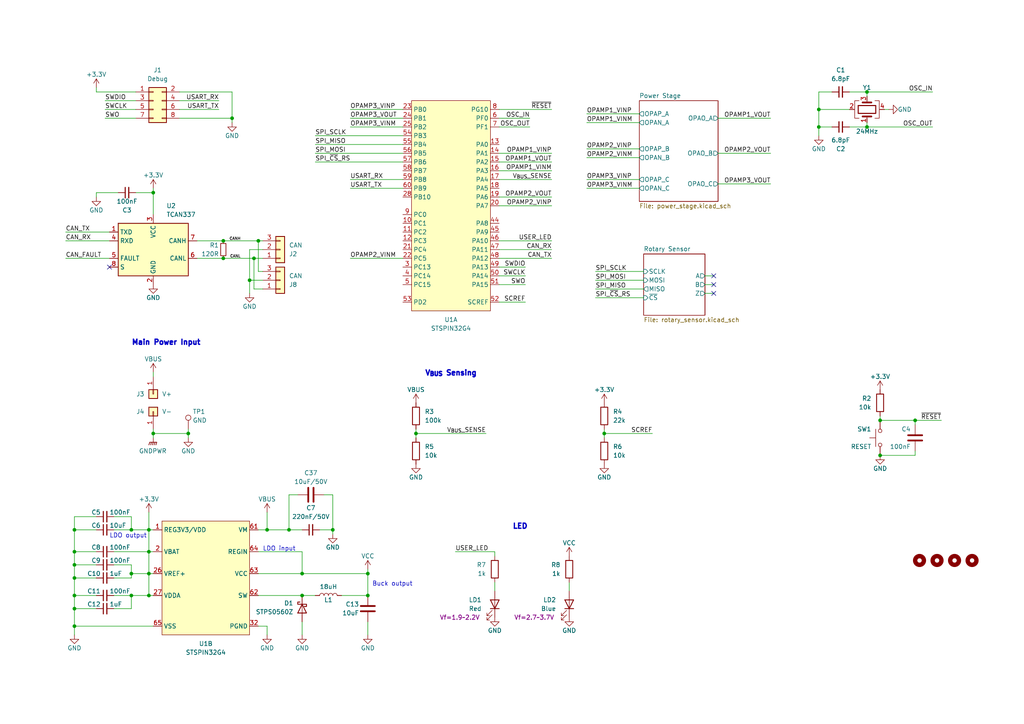
<source format=kicad_sch>
(kicad_sch (version 20230121) (generator eeschema)
  (paper "A4")
  (lib_symbols
    (symbol "Connector:TestPoint" (pin_numbers hide) (pin_names (offset 0.762) hide)
      (property "Reference" "TP" (at 0 6.858 0))
      (property "Value" "TestPoint" (at 0 5.08 0))
      (symbol "TestPoint_1_1"
        (pin passive line (at 0 0 90) (length 2.54) (name "1") (number "1"))
      )
    )
    (symbol "Connector_Generic:Conn_01x01" (pin_names (offset 1.016) hide)
      (property "Reference" "J" (at 0 2.54 0))
      (property "Value" "Conn_01x01" (at 0 -2.54 0))
      (symbol "Conn_01x01_1_1"
        (pin passive line (at -5.08 0 0) (length 3.81) (name "Pin_1") (number "1"))
      )
    )
    (symbol "Connector_Generic:Conn_01x03" (pin_names (offset 1.016) hide)
      (property "Reference" "J" (at 0 5.08 0))
      (property "Value" "Conn_01x03" (at 0 -5.08 0))
      (symbol "Conn_01x03_1_1"
        (pin passive line (at -5.08 2.54 0) (length 3.81) (name "Pin_1") (number "1"))
        (pin passive line (at -5.08 0 0) (length 3.81) (name "Pin_2") (number "2"))
        (pin passive line (at -5.08 -2.54 0) (length 3.81) (name "Pin_3") (number "3"))
      )
    )
    (symbol "Connector_Generic:Conn_02x04_Odd_Even" (pin_names (offset 1.016) hide)
      (property "Reference" "J" (at 1.27 5.08 0))
      (property "Value" "Conn_02x04_Odd_Even" (at 1.27 -7.62 0))
      (symbol "Conn_02x04_Odd_Even_1_1"
        (pin passive line (at -5.08 2.54 0) (length 3.81) (name "Pin_1") (number "1"))
        (pin passive line (at 7.62 2.54 180) (length 3.81) (name "Pin_2") (number "2"))
        (pin passive line (at -5.08 0 0) (length 3.81) (name "Pin_3") (number "3"))
        (pin passive line (at 7.62 0 180) (length 3.81) (name "Pin_4") (number "4"))
        (pin passive line (at -5.08 -2.54 0) (length 3.81) (name "Pin_5") (number "5"))
        (pin passive line (at 7.62 -2.54 180) (length 3.81) (name "Pin_6") (number "6"))
        (pin passive line (at -5.08 -5.08 0) (length 3.81) (name "Pin_7") (number "7"))
        (pin passive line (at 7.62 -5.08 180) (length 3.81) (name "Pin_8") (number "8"))
      )
    )
    (symbol "Device:C" (pin_numbers hide) (pin_names (offset 0.254))
      (property "Reference" "C" (at 0.635 2.54 0))
      (property "Value" "C" (at 0.635 -2.54 0))
      (symbol "C_1_1"
        (pin passive line (at 0 3.81 270) (length 2.794) (name "~") (number "1"))
        (pin passive line (at 0 -3.81 90) (length 2.794) (name "~") (number "2"))
      )
    )
    (symbol "Device:C_Small" (pin_numbers hide) (pin_names (offset 0.254) hide)
      (property "Reference" "C" (at 0.254 1.778 0))
      (property "Value" "C_Small" (at 0.254 -2.032 0))
      (symbol "C_Small_1_1"
        (pin passive line (at 0 2.54 270) (length 2.032) (name "~") (number "1"))
        (pin passive line (at 0 -2.54 90) (length 2.032) (name "~") (number "2"))
      )
    )
    (symbol "Device:Crystal_GND24" (pin_names (offset 1.016) hide)
      (property "Reference" "Y" (at 3.175 5.08 0))
      (property "Value" "Crystal_GND24" (at 3.175 3.175 0))
      (symbol "Crystal_GND24_1_1"
        (pin passive line (at -3.81 0 0) (length 1.27) (name "1") (number "1"))
        (pin passive line (at 0 5.08 270) (length 1.27) (name "2") (number "2"))
        (pin passive line (at 3.81 0 180) (length 1.27) (name "3") (number "3"))
        (pin passive line (at 0 -5.08 90) (length 1.27) (name "4") (number "4"))
      )
    )
    (symbol "Device:L" (pin_numbers hide) (pin_names (offset 1.016) hide)
      (property "Reference" "L" (at -1.27 0 90))
      (property "Value" "L" (at 1.905 0 90))
      (symbol "L_1_1"
        (pin passive line (at 0 3.81 270) (length 1.27) (name "1") (number "1"))
        (pin passive line (at 0 -3.81 90) (length 1.27) (name "2") (number "2"))
      )
    )
    (symbol "Device:LED" (pin_numbers hide) (pin_names (offset 1.016) hide)
      (property "Reference" "D" (at 0 2.54 0))
      (property "Value" "LED" (at 0 -2.54 0))
      (symbol "LED_1_1"
        (pin passive line (at -3.81 0 0) (length 2.54) (name "K") (number "1"))
        (pin passive line (at 3.81 0 180) (length 2.54) (name "A") (number "2"))
      )
    )
    (symbol "Device:R" (pin_numbers hide) (pin_names (offset 0))
      (property "Reference" "R" (at 2.032 0 90))
      (property "Value" "R" (at 0 0 90))
      (symbol "R_1_1"
        (pin passive line (at 0 3.81 270) (length 1.27) (name "~") (number "1"))
        (pin passive line (at 0 -3.81 90) (length 1.27) (name "~") (number "2"))
      )
    )
    (symbol "Device:R_Small" (pin_numbers hide) (pin_names (offset 0.254) hide)
      (property "Reference" "R" (at 0.762 0.508 0))
      (property "Value" "R_Small" (at 0.762 -1.016 0))
      (symbol "R_Small_1_1"
        (pin passive line (at 0 2.54 270) (length 0.762) (name "~") (number "1"))
        (pin passive line (at 0 -2.54 90) (length 0.762) (name "~") (number "2"))
      )
    )
    (symbol "Diode:1N6857UR" (pin_numbers hide) (pin_names (offset 1.016) hide)
      (property "Reference" "D" (at 0 2.54 0))
      (property "Value" "1N6857UR" (at 0 -2.54 0))
      (symbol "1N6857UR_1_1"
        (pin passive line (at -3.81 0 0) (length 2.54) (name "K") (number "1"))
        (pin passive line (at 3.81 0 180) (length 2.54) (name "A") (number "2"))
      )
    )
    (symbol "Interface_CAN_LIN:TCAN337"
      (property "Reference" "U" (at -10.16 8.89 0))
      (property "Value" "TCAN337" (at 2.54 8.89 0))
      (symbol "TCAN337_1_1"
        (pin input line (at -12.7 5.08 0) (length 2.54) (name "TXD") (number "1"))
        (pin power_in line (at 0 -10.16 90) (length 2.54) (name "GND") (number "2"))
        (pin power_in line (at 0 10.16 270) (length 2.54) (name "VCC") (number "3"))
        (pin tri_state line (at -12.7 2.54 0) (length 2.54) (name "RXD") (number "4"))
        (pin open_collector line (at -12.7 -2.54 0) (length 2.54) (name "FAULT") (number "5"))
        (pin bidirectional line (at 12.7 -2.54 180) (length 2.54) (name "CANL") (number "6"))
        (pin bidirectional line (at 12.7 2.54 180) (length 2.54) (name "CANH") (number "7"))
        (pin input line (at -12.7 -5.08 0) (length 2.54) (name "S") (number "8"))
      )
    )
    (symbol "Mechanical:MountingHole" (pin_names (offset 1.016))
      (property "Reference" "H" (at 0 5.08 0))
      (property "Value" "MountingHole" (at 0 3.175 0))
    )
    (symbol "STSPIN32G4_1"
      (property "Reference" "U" (at 0 -12.7 0))
      (property "Value" "STSPIN32G4" (at 0 -15.24 0))
      (symbol "STSPIN32G4_1_1_0"
        (pin bidirectional line (at -13.97 -5.08 0) (length 2.54) (name "PC1") (number "10"))
        (pin bidirectional line (at -13.97 -7.62 0) (length 2.54) (name "PC2") (number "11"))
        (pin bidirectional line (at -13.97 -10.16 0) (length 2.54) (name "PC3") (number "12"))
        (pin bidirectional line (at 13.97 17.78 180) (length 2.54) (name "PA0") (number "13"))
        (pin bidirectional line (at 13.97 15.24 180) (length 2.54) (name "PA1") (number "14"))
        (pin bidirectional line (at 13.97 12.7 180) (length 2.54) (name "PA2") (number "15"))
        (pin bidirectional line (at 13.97 10.16 180) (length 2.54) (name "PA3") (number "16"))
        (pin bidirectional line (at 13.97 7.62 180) (length 2.54) (name "PA4") (number "17"))
        (pin bidirectional line (at 13.97 5.08 180) (length 2.54) (name "PA5") (number "18"))
        (pin bidirectional line (at 13.97 2.54 180) (length 2.54) (name "PA6") (number "19"))
        (pin bidirectional line (at 13.97 0 180) (length 2.54) (name "PA7") (number "20"))
        (pin bidirectional line (at -13.97 -12.7 0) (length 2.54) (name "PC4") (number "21"))
        (pin bidirectional line (at -13.97 -15.24 0) (length 2.54) (name "PC5") (number "22"))
        (pin bidirectional line (at -13.97 27.94 0) (length 2.54) (name "PB0") (number "23"))
        (pin bidirectional line (at -13.97 25.4 0) (length 2.54) (name "PB1") (number "24"))
        (pin bidirectional line (at -13.97 22.86 0) (length 2.54) (name "PB2") (number "25"))
        (pin bidirectional line (at -13.97 2.54 0) (length 2.54) (name "PB10") (number "28"))
        (pin bidirectional line (at -13.97 -17.78 0) (length 2.54) (name "PC13") (number "3"))
        (pin no_connect line (at -1.27 -33.02 90) (length 2.54) hide (name "NC") (number "33"))
        (pin no_connect line (at 1.27 -33.02 90) (length 2.54) hide (name "NC") (number "34"))
        (pin bidirectional line (at -13.97 -20.32 0) (length 2.54) (name "PC14") (number "4"))
        (pin bidirectional line (at 13.97 -5.08 180) (length 2.54) (name "PA8") (number "44"))
        (pin bidirectional line (at 13.97 -7.62 180) (length 2.54) (name "PA9") (number "45"))
        (pin bidirectional line (at 13.97 -10.16 180) (length 2.54) (name "PA10") (number "46"))
        (pin bidirectional line (at 13.97 -12.7 180) (length 2.54) (name "PA11") (number "47"))
        (pin bidirectional line (at 13.97 -15.24 180) (length 2.54) (name "PA12") (number "48"))
        (pin bidirectional line (at 13.97 -17.78 180) (length 2.54) (name "PA13") (number "49"))
        (pin bidirectional line (at -13.97 -22.86 0) (length 2.54) (name "PC15") (number "5"))
        (pin bidirectional line (at 13.97 -20.32 180) (length 2.54) (name "PA14") (number "50"))
        (pin bidirectional line (at 13.97 -22.86 180) (length 2.54) (name "PA15") (number "51"))
        (pin bidirectional line (at 13.97 -27.94 180) (length 2.54) (name "SCREF") (number "52"))
        (pin bidirectional line (at -13.97 -27.94 0) (length 2.54) (name "PD2") (number "53"))
        (pin bidirectional line (at -13.97 20.32 0) (length 2.54) (name "PB3") (number "54"))
        (pin bidirectional line (at -13.97 17.78 0) (length 2.54) (name "PB4") (number "55"))
        (pin bidirectional line (at -13.97 15.24 0) (length 2.54) (name "PB5") (number "56"))
        (pin bidirectional line (at -13.97 12.7 0) (length 2.54) (name "PB6") (number "57"))
        (pin bidirectional line (at -13.97 10.16 0) (length 2.54) (name "PB7") (number "58"))
        (pin bidirectional line (at -13.97 7.62 0) (length 2.54) (name "PB8") (number "59"))
        (pin bidirectional line (at 13.97 25.4 180) (length 2.54) (name "PF0") (number "6"))
        (pin bidirectional line (at -13.97 5.08 0) (length 2.54) (name "PB9") (number "60"))
        (pin bidirectional line (at 13.97 22.86 180) (length 2.54) (name "PF1") (number "7"))
        (pin bidirectional line (at 13.97 27.94 180) (length 2.54) (name "PG10") (number "8"))
        (pin bidirectional line (at -13.97 -2.54 0) (length 2.54) (name "PC0") (number "9"))
      )
      (symbol "STSPIN32G4_1_2_0"
        (pin power_out line (at -15.24 13.97 0) (length 2.54) (name "REG3V3/VDD") (number "1"))
        (pin power_in line (at -15.24 7.62 0) (length 2.54) (name "VBAT") (number "2"))
        (pin power_in line (at -15.24 1.27 0) (length 2.54) (name "VREF+") (number "26"))
        (pin power_in line (at -15.24 -5.08 0) (length 2.54) (name "VDDA") (number "27"))
        (pin power_in line (at 15.24 -13.97 180) (length 2.54) (name "PGND") (number "32"))
        (pin power_in line (at 15.24 13.97 180) (length 2.54) (name "VM") (number "61"))
        (pin power_out line (at 15.24 -5.08 180) (length 2.54) (name "SW") (number "62"))
        (pin power_in line (at 15.24 1.27 180) (length 2.54) (name "VCC") (number "63"))
        (pin power_in line (at 15.24 7.62 180) (length 2.54) (name "REGIN") (number "64"))
        (pin power_in line (at -15.24 -13.97 0) (length 2.54) (name "VSS") (number "65"))
      )
      (symbol "STSPIN32G4_1_3_0"
        (pin output line (at 8.89 -7.62 180) (length 2.54) (name "GLS1") (number "29"))
        (pin power_out line (at 8.89 7.62 180) (length 2.54) (name "BOOT1") (number "41"))
        (pin power_out line (at 8.89 -2.54 180) (length 2.54) (name "OUT1") (number "42"))
        (pin output line (at 8.89 2.54 180) (length 2.54) (name "GHS1") (number "43"))
      )
      (symbol "STSPIN32G4_1_4_0"
        (pin output line (at 8.89 -7.62 180) (length 2.54) (name "GLS2") (number "30"))
        (pin power_out line (at 8.89 7.62 180) (length 2.54) (name "BOOT2") (number "38"))
        (pin power_out line (at 8.89 -2.54 180) (length 2.54) (name "OUT2") (number "39"))
        (pin output line (at 8.89 2.54 180) (length 2.54) (name "GHS2") (number "40"))
      )
      (symbol "STSPIN32G4_1_5_0"
        (pin output line (at 8.89 -7.62 180) (length 2.54) (name "GLS3") (number "31"))
        (pin power_out line (at 8.89 7.62 180) (length 2.54) (name "BOOT3") (number "35"))
        (pin power_out line (at 8.89 -2.54 180) (length 2.54) (name "OUT3") (number "36"))
        (pin output line (at 8.89 2.54 180) (length 2.54) (name "GHS3") (number "37"))
      )
    )
    (symbol "Switch:SW_Push" (pin_numbers hide) (pin_names (offset 1.016) hide)
      (property "Reference" "SW" (at 1.27 2.54 0))
      (property "Value" "SW_Push" (at 0 -1.524 0))
      (symbol "SW_Push_0_1"
        (pin passive line (at -5.08 0 0) (length 2.54) (name "1") (number "1"))
        (pin passive line (at 5.08 0 180) (length 2.54) (name "2") (number "2"))
      )
    )
    (symbol "moco:STSPIN32G4"
      (property "Reference" "U" (at 0 -12.7 0))
      (property "Value" "STSPIN32G4" (at 0 -15.24 0))
      (symbol "STSPIN32G4_1_0"
        (pin bidirectional line (at -13.97 -5.08 0) (length 2.54) (name "PC1") (number "10"))
        (pin bidirectional line (at -13.97 -7.62 0) (length 2.54) (name "PC2") (number "11"))
        (pin bidirectional line (at -13.97 -10.16 0) (length 2.54) (name "PC3") (number "12"))
        (pin bidirectional line (at 13.97 17.78 180) (length 2.54) (name "PA0") (number "13"))
        (pin bidirectional line (at 13.97 15.24 180) (length 2.54) (name "PA1") (number "14"))
        (pin bidirectional line (at 13.97 12.7 180) (length 2.54) (name "PA2") (number "15"))
        (pin bidirectional line (at 13.97 10.16 180) (length 2.54) (name "PA3") (number "16"))
        (pin bidirectional line (at 13.97 7.62 180) (length 2.54) (name "PA4") (number "17"))
        (pin bidirectional line (at 13.97 5.08 180) (length 2.54) (name "PA5") (number "18"))
        (pin bidirectional line (at 13.97 2.54 180) (length 2.54) (name "PA6") (number "19"))
        (pin bidirectional line (at 13.97 0 180) (length 2.54) (name "PA7") (number "20"))
        (pin bidirectional line (at -13.97 -12.7 0) (length 2.54) (name "PC4") (number "21"))
        (pin bidirectional line (at -13.97 -15.24 0) (length 2.54) (name "PC5") (number "22"))
        (pin bidirectional line (at -13.97 27.94 0) (length 2.54) (name "PB0") (number "23"))
        (pin bidirectional line (at -13.97 25.4 0) (length 2.54) (name "PB1") (number "24"))
        (pin bidirectional line (at -13.97 22.86 0) (length 2.54) (name "PB2") (number "25"))
        (pin bidirectional line (at -13.97 2.54 0) (length 2.54) (name "PB10") (number "28"))
        (pin bidirectional line (at -13.97 -17.78 0) (length 2.54) (name "PC13") (number "3"))
        (pin no_connect line (at -1.27 -33.02 90) (length 2.54) hide (name "NC") (number "33"))
        (pin no_connect line (at 1.27 -33.02 90) (length 2.54) hide (name "NC") (number "34"))
        (pin bidirectional line (at -13.97 -20.32 0) (length 2.54) (name "PC14") (number "4"))
        (pin bidirectional line (at 13.97 -5.08 180) (length 2.54) (name "PA8") (number "44"))
        (pin bidirectional line (at 13.97 -7.62 180) (length 2.54) (name "PA9") (number "45"))
        (pin bidirectional line (at 13.97 -10.16 180) (length 2.54) (name "PA10") (number "46"))
        (pin bidirectional line (at 13.97 -12.7 180) (length 2.54) (name "PA11") (number "47"))
        (pin bidirectional line (at 13.97 -15.24 180) (length 2.54) (name "PA12") (number "48"))
        (pin bidirectional line (at 13.97 -17.78 180) (length 2.54) (name "PA13") (number "49"))
        (pin bidirectional line (at -13.97 -22.86 0) (length 2.54) (name "PC15") (number "5"))
        (pin bidirectional line (at 13.97 -20.32 180) (length 2.54) (name "PA14") (number "50"))
        (pin bidirectional line (at 13.97 -22.86 180) (length 2.54) (name "PA15") (number "51"))
        (pin bidirectional line (at 13.97 -27.94 180) (length 2.54) (name "SCREF") (number "52"))
        (pin bidirectional line (at -13.97 -27.94 0) (length 2.54) (name "PD2") (number "53"))
        (pin bidirectional line (at -13.97 20.32 0) (length 2.54) (name "PB3") (number "54"))
        (pin bidirectional line (at -13.97 17.78 0) (length 2.54) (name "PB4") (number "55"))
        (pin bidirectional line (at -13.97 15.24 0) (length 2.54) (name "PB5") (number "56"))
        (pin bidirectional line (at -13.97 12.7 0) (length 2.54) (name "PB6") (number "57"))
        (pin bidirectional line (at -13.97 10.16 0) (length 2.54) (name "PB7") (number "58"))
        (pin bidirectional line (at -13.97 7.62 0) (length 2.54) (name "PB8") (number "59"))
        (pin bidirectional line (at 13.97 25.4 180) (length 2.54) (name "PF0") (number "6"))
        (pin bidirectional line (at -13.97 5.08 0) (length 2.54) (name "PB9") (number "60"))
        (pin bidirectional line (at 13.97 22.86 180) (length 2.54) (name "PF1") (number "7"))
        (pin bidirectional line (at 13.97 27.94 180) (length 2.54) (name "PG10") (number "8"))
        (pin bidirectional line (at -13.97 -2.54 0) (length 2.54) (name "PC0") (number "9"))
      )
      (symbol "STSPIN32G4_2_0"
        (pin power_out line (at -15.24 13.97 0) (length 2.54) (name "REG3V3/VDD") (number "1"))
        (pin power_in line (at -15.24 7.62 0) (length 2.54) (name "VBAT") (number "2"))
        (pin power_in line (at -15.24 1.27 0) (length 2.54) (name "VREF+") (number "26"))
        (pin power_in line (at -15.24 -5.08 0) (length 2.54) (name "VDDA") (number "27"))
        (pin power_in line (at 15.24 -13.97 180) (length 2.54) (name "PGND") (number "32"))
        (pin power_in line (at 15.24 13.97 180) (length 2.54) (name "VM") (number "61"))
        (pin power_out line (at 15.24 -5.08 180) (length 2.54) (name "SW") (number "62"))
        (pin power_in line (at 15.24 1.27 180) (length 2.54) (name "VCC") (number "63"))
        (pin power_in line (at 15.24 7.62 180) (length 2.54) (name "REGIN") (number "64"))
        (pin power_in line (at -15.24 -13.97 0) (length 2.54) (name "VSS") (number "65"))
      )
      (symbol "STSPIN32G4_3_0"
        (pin output line (at 8.89 -7.62 180) (length 2.54) (name "GLS1") (number "29"))
        (pin power_out line (at 8.89 7.62 180) (length 2.54) (name "BOOT1") (number "41"))
        (pin power_out line (at 8.89 -2.54 180) (length 2.54) (name "OUT1") (number "42"))
        (pin output line (at 8.89 2.54 180) (length 2.54) (name "GHS1") (number "43"))
      )
      (symbol "STSPIN32G4_4_0"
        (pin output line (at 8.89 -7.62 180) (length 2.54) (name "GLS2") (number "30"))
        (pin power_out line (at 8.89 7.62 180) (length 2.54) (name "BOOT2") (number "38"))
        (pin power_out line (at 8.89 -2.54 180) (length 2.54) (name "OUT2") (number "39"))
        (pin output line (at 8.89 2.54 180) (length 2.54) (name "GHS2") (number "40"))
      )
      (symbol "STSPIN32G4_5_0"
        (pin output line (at 8.89 -7.62 180) (length 2.54) (name "GLS3") (number "31"))
        (pin power_out line (at 8.89 7.62 180) (length 2.54) (name "BOOT3") (number "35"))
        (pin power_out line (at 8.89 -2.54 180) (length 2.54) (name "OUT3") (number "36"))
        (pin output line (at 8.89 2.54 180) (length 2.54) (name "GHS3") (number "37"))
      )
    )
    (symbol "power:+3.3V" (power) (pin_names (offset 0))
      (property "Value" "+3.3V" (at 0 3.556 0))
      (symbol "+3.3V_1_1"
        (pin power_in line (at 0 0 90) (length 0) hide (name "+3.3V") (number "1"))
      )
    )
    (symbol "power:GND" (power) (pin_names (offset 0))
      (property "Value" "GND" (at 0 -3.81 0))
      (symbol "GND_1_1"
        (pin power_in line (at 0 0 270) (length 0) hide (name "GND") (number "1"))
      )
    )
    (symbol "power:GNDPWR" (power) (pin_names (offset 0))
      (property "Value" "GNDPWR" (at 0 -3.302 0))
      (symbol "GNDPWR_1_1"
        (pin power_in line (at 0 0 270) (length 0) hide (name "GNDPWR") (number "1"))
      )
    )
    (symbol "power:VBUS" (power) (pin_names (offset 0))
      (property "Value" "VBUS" (at 0 3.81 0))
      (symbol "VBUS_1_1"
        (pin power_in line (at 0 0 90) (length 0) hide (name "VBUS") (number "1"))
      )
    )
    (symbol "power:VCC" (power) (pin_names (offset 0))
      (property "Value" "VCC" (at 0 3.81 0))
      (symbol "VCC_1_1"
        (pin power_in line (at 0 0 90) (length 0) hide (name "VCC") (number "1"))
      )
    )
  )
  (junction (at 77.47 153.67))
  (junction (at 120.65 125.73))
  (junction (at 43.18 172.72))
  (junction (at 21.59 172.72))
  (junction (at 265.43 121.92))
  (junction (at 73.66 74.93))
  (junction (at 255.27 132.08))
  (junction (at 43.18 160.02))
  (junction (at 54.61 125.73))
  (junction (at 74.93 69.85))
  (junction (at 83.82 153.67))
  (junction (at 251.46 36.83))
  (junction (at 96.52 153.67))
  (junction (at 38.1 172.72))
  (junction (at 21.59 163.83))
  (junction (at 21.59 153.67))
  (junction (at 38.1 166.37))
  (junction (at 251.46 26.67))
  (junction (at 87.63 166.37))
  (junction (at 67.31 34.29))
  (junction (at 21.59 167.64))
  (junction (at 175.26 125.73))
  (junction (at 21.59 160.02))
  (junction (at 72.39 81.28))
  (junction (at 64.77 69.85))
  (junction (at 38.1 153.67))
  (junction (at 106.68 166.37))
  (junction (at 106.68 172.72))
  (junction (at 87.63 172.72))
  (junction (at 43.18 153.67))
  (junction (at 43.18 166.37))
  (junction (at 21.59 176.53))
  (junction (at 255.27 121.92))
  (junction (at 237.49 31.75))
  (junction (at 44.45 55.88))
  (junction (at 64.77 74.93))
  (junction (at 21.59 181.61))
  (junction (at 237.49 36.83))
  (junction (at 44.45 125.73))
  (no_connect (at 207.01 80.01))
  (no_connect (at 207.01 82.55))
  (no_connect (at 31.75 77.47))
  (no_connect (at 207.01 85.09))
  (wire (pts (xy 21.59 160.02) (xy 21.59 163.83)))
  (wire (pts (xy 91.44 39.37) (xy 116.84 39.37)))
  (wire (pts (xy 204.47 82.55) (xy 207.01 82.55)))
  (wire (pts (xy 54.61 125.73) (xy 54.61 124.46)))
  (wire (pts (xy 170.18 45.72) (xy 185.42 45.72)))
  (wire (pts (xy 21.59 172.72) (xy 21.59 176.53)))
  (wire (pts (xy 77.47 148.59) (xy 77.47 153.67)))
  (wire (pts (xy 74.93 160.02) (xy 87.63 160.02)))
  (wire (pts (xy 237.49 39.37) (xy 237.49 36.83)))
  (wire (pts (xy 21.59 153.67) (xy 27.94 153.67)))
  (wire (pts (xy 27.94 55.88) (xy 27.94 57.15)))
  (wire (pts (xy 19.05 74.93) (xy 31.75 74.93)))
  (wire (pts (xy 87.63 166.37) (xy 106.68 166.37)))
  (wire (pts (xy 38.1 153.67) (xy 43.18 153.67)))
  (wire (pts (xy 21.59 163.83) (xy 21.59 167.64)))
  (wire (pts (xy 31.75 69.85) (xy 19.05 69.85)))
  (wire (pts (xy 165.1 171.45) (xy 165.1 168.91)))
  (wire (pts (xy 208.28 44.45) (xy 223.52 44.45)))
  (wire (pts (xy 74.93 69.85) (xy 76.2 69.85)))
  (wire (pts (xy 87.63 160.02) (xy 87.63 166.37)))
  (wire (pts (xy 87.63 172.72) (xy 91.44 172.72)))
  (wire (pts (xy 64.77 69.85) (xy 57.15 69.85)))
  (wire (pts (xy 21.59 176.53) (xy 21.59 181.61)))
  (wire (pts (xy 160.02 59.69) (xy 144.78 59.69)))
  (wire (pts (xy 170.18 43.18) (xy 185.42 43.18)))
  (wire (pts (xy 144.78 72.39) (xy 160.02 72.39)))
  (wire (pts (xy 172.72 81.28) (xy 186.69 81.28)))
  (wire (pts (xy 106.68 166.37) (xy 106.68 172.72)))
  (wire (pts (xy 96.52 153.67) (xy 92.71 153.67)))
  (wire (pts (xy 251.46 36.83) (xy 270.51 36.83)))
  (wire (pts (xy 33.02 153.67) (xy 38.1 153.67)))
  (wire (pts (xy 73.66 83.82) (xy 76.2 83.82)))
  (wire (pts (xy 74.93 78.74) (xy 74.93 69.85)))
  (wire (pts (xy 170.18 33.02) (xy 185.42 33.02)))
  (wire (pts (xy 63.5 31.75) (xy 52.07 31.75)))
  (wire (pts (xy 64.77 74.93) (xy 73.66 74.93)))
  (wire (pts (xy 44.45 127) (xy 44.45 125.73)))
  (wire (pts (xy 144.78 57.15) (xy 160.02 57.15)))
  (wire (pts (xy 144.78 52.07) (xy 160.02 52.07)))
  (wire (pts (xy 87.63 184.15) (xy 87.63 180.34)))
  (wire (pts (xy 255.27 121.92) (xy 265.43 121.92)))
  (wire (pts (xy 74.93 172.72) (xy 87.63 172.72)))
  (wire (pts (xy 76.2 72.39) (xy 72.39 72.39)))
  (wire (pts (xy 54.61 127) (xy 54.61 125.73)))
  (wire (pts (xy 44.45 55.88) (xy 44.45 62.23)))
  (wire (pts (xy 52.07 26.67) (xy 67.31 26.67)))
  (wire (pts (xy 43.18 153.67) (xy 44.45 153.67)))
  (wire (pts (xy 160.02 69.85) (xy 144.78 69.85)))
  (wire (pts (xy 172.72 86.36) (xy 186.69 86.36)))
  (wire (pts (xy 208.28 53.34) (xy 223.52 53.34)))
  (wire (pts (xy 144.78 82.55) (xy 152.4 82.55)))
  (wire (pts (xy 204.47 80.01) (xy 207.01 80.01)))
  (wire (pts (xy 91.44 41.91) (xy 116.84 41.91)))
  (wire (pts (xy 74.93 153.67) (xy 77.47 153.67)))
  (wire (pts (xy 144.78 77.47) (xy 152.4 77.47)))
  (wire (pts (xy 96.52 154.94) (xy 96.52 153.67)))
  (wire (pts (xy 99.06 172.72) (xy 106.68 172.72)))
  (wire (pts (xy 38.1 176.53) (xy 33.02 176.53)))
  (wire (pts (xy 87.63 153.67) (xy 83.82 153.67)))
  (wire (pts (xy 144.78 31.75) (xy 160.02 31.75)))
  (wire (pts (xy 21.59 181.61) (xy 44.45 181.61)))
  (wire (pts (xy 144.78 80.01) (xy 152.4 80.01)))
  (wire (pts (xy 39.37 55.88) (xy 44.45 55.88)))
  (wire (pts (xy 30.48 34.29) (xy 39.37 34.29)))
  (wire (pts (xy 237.49 31.75) (xy 237.49 36.83)))
  (wire (pts (xy 43.18 172.72) (xy 44.45 172.72)))
  (wire (pts (xy 116.84 52.07) (xy 101.6 52.07)))
  (wire (pts (xy 170.18 52.07) (xy 185.42 52.07)))
  (wire (pts (xy 21.59 149.86) (xy 21.59 153.67)))
  (wire (pts (xy 43.18 160.02) (xy 44.45 160.02)))
  (wire (pts (xy 63.5 29.21) (xy 52.07 29.21)))
  (wire (pts (xy 175.26 125.73) (xy 175.26 127)))
  (wire (pts (xy 21.59 181.61) (xy 21.59 184.15)))
  (wire (pts (xy 43.18 160.02) (xy 43.18 166.37)))
  (wire (pts (xy 33.02 160.02) (xy 43.18 160.02)))
  (wire (pts (xy 160.02 44.45) (xy 144.78 44.45)))
  (wire (pts (xy 67.31 35.56) (xy 67.31 34.29)))
  (wire (pts (xy 44.45 125.73) (xy 44.45 124.46)))
  (wire (pts (xy 44.45 107.95) (xy 44.45 109.22)))
  (wire (pts (xy 251.46 26.67) (xy 251.46 27.94)))
  (wire (pts (xy 44.45 54.61) (xy 44.45 55.88)))
  (wire (pts (xy 38.1 172.72) (xy 38.1 176.53)))
  (wire (pts (xy 27.94 25.4) (xy 27.94 26.67)))
  (wire (pts (xy 273.05 121.92) (xy 265.43 121.92)))
  (wire (pts (xy 96.52 143.51) (xy 96.52 153.67)))
  (wire (pts (xy 170.18 35.56) (xy 185.42 35.56)))
  (wire (pts (xy 34.29 55.88) (xy 27.94 55.88)))
  (wire (pts (xy 91.44 46.99) (xy 116.84 46.99)))
  (wire (pts (xy 93.98 143.51) (xy 96.52 143.51)))
  (wire (pts (xy 43.18 166.37) (xy 44.45 166.37)))
  (wire (pts (xy 251.46 26.67) (xy 270.51 26.67)))
  (wire (pts (xy 72.39 81.28) (xy 76.2 81.28)))
  (wire (pts (xy 38.1 172.72) (xy 43.18 172.72)))
  (wire (pts (xy 21.59 167.64) (xy 21.59 172.72)))
  (wire (pts (xy 246.38 36.83) (xy 251.46 36.83)))
  (wire (pts (xy 106.68 165.1) (xy 106.68 166.37)))
  (wire (pts (xy 21.59 167.64) (xy 27.94 167.64)))
  (wire (pts (xy 237.49 26.67) (xy 237.49 31.75)))
  (wire (pts (xy 120.65 124.46) (xy 120.65 125.73)))
  (wire (pts (xy 91.44 44.45) (xy 116.84 44.45)))
  (wire (pts (xy 43.18 166.37) (xy 43.18 172.72)))
  (wire (pts (xy 38.1 166.37) (xy 43.18 166.37)))
  (wire (pts (xy 265.43 123.19) (xy 265.43 121.92)))
  (wire (pts (xy 251.46 36.83) (xy 251.46 35.56)))
  (wire (pts (xy 38.1 167.64) (xy 33.02 167.64)))
  (wire (pts (xy 67.31 26.67) (xy 67.31 34.29)))
  (wire (pts (xy 237.49 36.83) (xy 241.3 36.83)))
  (wire (pts (xy 21.59 176.53) (xy 27.94 176.53)))
  (wire (pts (xy 38.1 163.83) (xy 33.02 163.83)))
  (wire (pts (xy 38.1 163.83) (xy 38.1 166.37)))
  (wire (pts (xy 255.27 132.08) (xy 265.43 132.08)))
  (wire (pts (xy 172.72 78.74) (xy 186.69 78.74)))
  (wire (pts (xy 76.2 78.74) (xy 74.93 78.74)))
  (wire (pts (xy 83.82 153.67) (xy 77.47 153.67)))
  (wire (pts (xy 255.27 120.65) (xy 255.27 121.92)))
  (wire (pts (xy 257.81 31.75) (xy 256.54 31.75)))
  (wire (pts (xy 144.78 87.63) (xy 152.4 87.63)))
  (wire (pts (xy 144.78 46.99) (xy 160.02 46.99)))
  (wire (pts (xy 38.1 172.72) (xy 33.02 172.72)))
  (wire (pts (xy 38.1 149.86) (xy 38.1 153.67)))
  (wire (pts (xy 204.47 85.09) (xy 207.01 85.09)))
  (wire (pts (xy 144.78 36.83) (xy 153.67 36.83)))
  (wire (pts (xy 208.28 34.29) (xy 223.52 34.29)))
  (wire (pts (xy 101.6 74.93) (xy 116.84 74.93)))
  (wire (pts (xy 143.51 160.02) (xy 143.51 161.29)))
  (wire (pts (xy 21.59 163.83) (xy 27.94 163.83)))
  (wire (pts (xy 64.77 69.85) (xy 74.93 69.85)))
  (wire (pts (xy 101.6 31.75) (xy 116.84 31.75)))
  (wire (pts (xy 237.49 31.75) (xy 246.38 31.75)))
  (wire (pts (xy 30.48 31.75) (xy 39.37 31.75)))
  (wire (pts (xy 73.66 74.93) (xy 76.2 74.93)))
  (wire (pts (xy 21.59 160.02) (xy 27.94 160.02)))
  (wire (pts (xy 21.59 172.72) (xy 27.94 172.72)))
  (wire (pts (xy 19.05 67.31) (xy 31.75 67.31)))
  (wire (pts (xy 38.1 149.86) (xy 33.02 149.86)))
  (wire (pts (xy 72.39 81.28) (xy 72.39 85.09)))
  (wire (pts (xy 144.78 74.93) (xy 160.02 74.93)))
  (wire (pts (xy 44.45 125.73) (xy 54.61 125.73)))
  (wire (pts (xy 72.39 72.39) (xy 72.39 81.28)))
  (wire (pts (xy 30.48 29.21) (xy 39.37 29.21)))
  (wire (pts (xy 106.68 184.15) (xy 106.68 180.34)))
  (wire (pts (xy 170.18 54.61) (xy 185.42 54.61)))
  (wire (pts (xy 175.26 124.46) (xy 175.26 125.73)))
  (wire (pts (xy 86.36 143.51) (xy 83.82 143.51)))
  (wire (pts (xy 83.82 143.51) (xy 83.82 153.67)))
  (wire (pts (xy 246.38 26.67) (xy 251.46 26.67)))
  (wire (pts (xy 101.6 36.83) (xy 116.84 36.83)))
  (wire (pts (xy 43.18 153.67) (xy 43.18 160.02)))
  (wire (pts (xy 27.94 26.67) (xy 39.37 26.67)))
  (wire (pts (xy 241.3 26.67) (xy 237.49 26.67)))
  (wire (pts (xy 77.47 184.15) (xy 77.47 181.61)))
  (wire (pts (xy 43.18 148.59) (xy 43.18 153.67)))
  (wire (pts (xy 116.84 34.29) (xy 101.6 34.29)))
  (wire (pts (xy 21.59 153.67) (xy 21.59 160.02)))
  (wire (pts (xy 52.07 34.29) (xy 67.31 34.29)))
  (wire (pts (xy 144.78 34.29) (xy 153.67 34.29)))
  (wire (pts (xy 120.65 125.73) (xy 120.65 127)))
  (wire (pts (xy 116.84 54.61) (xy 101.6 54.61)))
  (wire (pts (xy 73.66 74.93) (xy 73.66 83.82)))
  (wire (pts (xy 74.93 166.37) (xy 87.63 166.37)))
  (wire (pts (xy 189.23 125.73) (xy 175.26 125.73)))
  (wire (pts (xy 160.02 49.53) (xy 144.78 49.53)))
  (wire (pts (xy 64.77 74.93) (xy 57.15 74.93)))
  (wire (pts (xy 38.1 166.37) (xy 38.1 167.64)))
  (wire (pts (xy 140.97 125.73) (xy 120.65 125.73)))
  (wire (pts (xy 21.59 149.86) (xy 27.94 149.86)))
  (wire (pts (xy 143.51 171.45) (xy 143.51 168.91)))
  (wire (pts (xy 132.08 160.02) (xy 143.51 160.02)))
  (wire (pts (xy 172.72 83.82) (xy 186.69 83.82)))
  (wire (pts (xy 77.47 181.61) (xy 74.93 181.61)))
  (wire (pts (xy 265.43 132.08) (xy 265.43 130.81)))
  (text "Buck output" (at 107.95 170.18 0) (effects (font (size 1.27 1.27)) (justify left bottom)))
  (text "LDO output" (at 31.75 156.21 0) (effects (font (size 1.27 1.27)) (justify left bottom)))
  (text "LED" (at 148.59 153.67 0) (effects (font (size 1.5 1.5) (thickness 0.4) bold) (justify left bottom)))
  (text "Main Power Input" (at 38.1 100.33 0) (effects (font (size 1.5 1.5) (thickness 0.4) bold) (justify left bottom)))
  (text "V_{BUS} Sensing" (at 123.19 109.22 0) (effects (font (size 1.5 1.5) (thickness 0.4) bold) (justify left bottom)))
  (text "LDO input" (at 76.2 160.02 0) (effects (font (size 1.27 1.27)) (justify left bottom)))
  (label "SCREF" (at 152.4 87.63 180))
  (label "SPI_MOSI" (at 91.44 44.45 0))
  (label "SPI_MISO" (at 172.72 83.82 0))
  (label "SWDIO" (at 30.48 29.21 0))
  (label "SPI_SCLK" (at 91.44 39.37 0))
  (label "OPAMP2_VINP" (at 170.18 43.18 0))
  (label "OPAMP1_VOUT" (at 160.02 46.99 180))
  (label "OPAMP2_VINM" (at 170.18 45.72 0))
  (label "OPAMP1_VINP" (at 170.18 33.02 0))
  (label "OPAMP3_VOUT" (at 101.6 34.29 0))
  (label "SPI_MOSI" (at 172.72 81.28 0))
  (label "SWO" (at 30.48 34.29 0))
  (label "OSC_IN" (at 153.67 34.29 180))
  (label "CANL" (at 69.85 74.93 180) (effects (font (size 0.8 0.8))))
  (label "OPAMP3_VINM" (at 101.6 36.83 0))
  (label "OPAMP1_VINP" (at 160.02 44.45 180))
  (label "OPAMP3_VINP" (at 101.6 31.75 0))
  (label "USER_LED" (at 160.02 69.85 180))
  (label "SWO" (at 152.4 82.55 180))
  (label "USART_RX" (at 101.6 52.07 0))
  (label "V_{BUS}_SENSE" (at 140.97 125.73 180))
  (label "V_{BUS}_SENSE" (at 160.02 52.07 180))
  (label "USART_RX" (at 63.5 29.21 180))
  (label "SPI_SCLK" (at 172.72 78.74 0))
  (label "SWDIO" (at 152.4 77.47 180))
  (label "SWCLK" (at 30.48 31.75 0))
  (label "OPAMP1_VINM" (at 170.18 35.56 0))
  (label "SPI_MISO" (at 91.44 41.91 0))
  (label "CANH" (at 69.85 69.85 180) (effects (font (size 0.8 0.8))))
  (label "USART_TX" (at 63.5 31.75 180))
  (label "SPI_~{CS}_RS" (at 172.72 86.36 0))
  (label "OPAMP3_VINP" (at 170.18 52.07 0))
  (label "CAN_RX" (at 160.02 72.39 180))
  (label "OPAMP1_VINM" (at 160.02 49.53 180))
  (label "CAN_TX" (at 19.05 67.31 0))
  (label "OSC_OUT" (at 270.51 36.83 180))
  (label "SCREF" (at 189.23 125.73 180))
  (label "OPAMP2_VOUT" (at 223.52 44.45 180))
  (label "USART_TX" (at 101.6 54.61 0))
  (label "USER_LED" (at 132.08 160.02 0))
  (label "CAN_FAULT" (at 19.05 74.93 0))
  (label "CAN_TX" (at 160.02 74.93 180))
  (label "~{RESET}" (at 273.05 121.92 180))
  (label "OPAMP3_VOUT" (at 223.52 53.34 180))
  (label "SPI_~{CS}_RS" (at 91.44 46.99 0))
  (label "SWCLK" (at 152.4 80.01 180))
  (label "OPAMP2_VOUT" (at 160.02 57.15 180))
  (label "OPAMP3_VINM" (at 170.18 54.61 0))
  (label "OSC_OUT" (at 153.67 36.83 180))
  (label "OPAMP2_VINP" (at 160.02 59.69 180))
  (label "~{RESET}" (at 160.02 31.75 180))
  (label "CAN_RX" (at 19.05 69.85 0))
  (label "OPAMP2_VINM" (at 101.6 74.93 0))
  (label "OSC_IN" (at 270.51 26.67 180))
  (label "OPAMP1_VOUT" (at 223.52 34.29 180))
  (symbol (lib_id "power:GND") (at 143.51 179.07 0) (unit 1)
    (property "Reference" "#PWR023" (effects hide))
    (property "Value" "GND" (at 143.51 182.88 0))
  )
  (symbol (lib_id "power:GND") (at 21.59 184.15 0) (unit 1)
    (property "Reference" "#PWR025" (effects hide))
    (property "Value" "GND" (at 21.59 187.96 0))
  )
  (symbol (lib_id "Diode:1N6857UR") (at 87.63 176.53 90) (mirror x) (unit 1)
    (property "Reference" "D1" (at 85.09 174.9425 90) (effects (justify left)))
    (property "Value" "STPS0560Z" (at 85.09 177.4825 90) (effects (justify left)))
    (property "Footprint" "Diode_SMD:D_SOD-123F" (effects hide))
    (property "Datasheet" "https://www.microsemi.com/document-portal/doc_download/131890-lds-0040-1-datasheet" (effects hide))
    (property "LCSC" "C99285" (effects hide))
    (property "MFR. Part#" "STPS0560Z" (effects hide))
  )
  (symbol (lib_id "Connector:TestPoint") (at 54.61 124.46 0) (unit 1)
    (property "Reference" "TP1" (at 55.88 119.38 0) (effects (justify left)))
    (property "Value" "GND" (at 55.88 121.92 0) (effects (justify left)))
    (property "Footprint" "TestPoint:TestPoint_Pad_D1.0mm" (effects hide))
  )
  (symbol (lib_id "Mechanical:MountingHole") (at 281.94 162.56 0) (mirror y) (unit 1) (in_bom no)
    (property "Reference" "H4" (effects hide))
    (property "Value" "MountingHole" (effects hide))
    (property "Footprint" "MountingHole:MountingHole_2.2mm_M2_ISO14580" (effects hide))
  )
  (symbol (lib_id "Device:LED") (at 165.1 175.26 270) (mirror x) (unit 1)
    (property "Reference" "LD2" (at 161.29 173.99 90) (effects (justify right)))
    (property "Value" "Blue" (at 161.29 176.53 90) (effects (justify right)))
    (property "Footprint" "LED_SMD:LED_0603_1608Metric" (effects hide))
    (property "Note" "Vf=2.7~3.7V" (at 154.94 179.07 90))
    (property "LCSC" "C72043" (effects hide))
    (property "MFR. Part#" "19-217/GHC-YR1S2/3T" (effects hide))
  )
  (symbol (lib_id "Device:R") (at 143.51 165.1 0) (mirror y) (unit 1)
    (property "Reference" "R7" (at 140.97 163.83 0) (effects (justify left)))
    (property "Value" "1k" (at 140.97 166.37 0) (effects (justify left)))
    (property "Footprint" "Resistor_SMD:R_0402_1005Metric" (effects hide))
    (property "LCSC" "C11702" (effects hide))
    (property "MFR. Part#" "0402WGF1001TCE" (effects hide))
  )
  (symbol (lib_id "power:GND") (at 96.52 154.94 0) (unit 1)
    (property "Reference" "#PWR020" (effects hide))
    (property "Value" "GND" (at 96.52 158.75 0))
  )
  (symbol (lib_id "Mechanical:MountingHole") (at 271.78 162.56 0) (mirror y) (unit 1) (in_bom no)
    (property "Reference" "H2" (effects hide))
    (property "Value" "MountingHole" (effects hide))
    (property "Footprint" "MountingHole:MountingHole_2.2mm_M2_ISO14580" (effects hide))
  )
  (symbol (lib_id "Device:C") (at 106.68 176.53 0) (unit 1)
    (property "Reference" "C13" (at 104.14 175.26 0) (effects (justify right)))
    (property "Value" "10uF" (at 104.14 177.8 0) (effects (justify right)))
    (property "Footprint" "Capacitor_SMD:C_0805_2012Metric" (effects hide))
    (property "LCSC" "C16780" (effects hide))
    (property "MFR. Part#" "CL21A476MQYNNNE" (effects hide))
  )
  (symbol (lib_id "Mechanical:MountingHole") (at 276.86 162.56 0) (mirror y) (unit 1) (in_bom no)
    (property "Reference" "H3" (effects hide))
    (property "Value" "MountingHole" (effects hide))
    (property "Footprint" "MountingHole:MountingHole_2.2mm_M2_ISO14580" (effects hide))
  )
  (symbol (lib_id "Device:LED") (at 143.51 175.26 270) (mirror x) (unit 1)
    (property "Reference" "LD1" (at 139.7 173.99 90) (effects (justify right)))
    (property "Value" "Red" (at 139.7 176.53 90) (effects (justify right)))
    (property "Footprint" "LED_SMD:LED_0603_1608Metric" (effects hide))
    (property "LCSC" "C2286" (effects hide))
    (property "MFR. Part#" "KT-0603R" (effects hide))
    (property "Note" "Vf=1.9~2.2V" (at 133.35 179.07 90))
  )
  (symbol (lib_id "Device:R") (at 120.65 130.81 180) (unit 1)
    (property "Reference" "R5" (at 123.19 129.54 0) (effects (justify right)))
    (property "Value" "10k" (at 123.19 132.08 0) (effects (justify right)))
    (property "Footprint" "Resistor_SMD:R_0402_1005Metric" (effects hide))
    (property "LCSC" "C25744" (effects hide))
    (property "MFR. Part#" "0402WGF1002TCE" (effects hide))
  )
  (symbol (lib_id "Device:C") (at 90.17 143.51 90) (mirror x) (unit 1)
    (property "Reference" "C37" (at 90.17 137.16 90))
    (property "Value" "10uF/50V" (at 90.17 139.7 90))
    (property "Footprint" "Capacitor_SMD:C_0805_2012Metric" (effects hide))
    (property "LCSC" "C440198" (effects hide))
    (property "MFR. Part#" "GRM21BR61H106KE43L" (effects hide))
  )
  (symbol (lib_id "power:VBUS") (at 44.45 107.95 0) (unit 1)
    (property "Reference" "#PWR09" (effects hide))
    (property "Value" "VBUS" (at 44.45 104.14 0))
  )
  (symbol (lib_id "power:GND") (at 165.1 179.07 0) (unit 1)
    (property "Reference" "#PWR024" (effects hide))
    (property "Value" "GND" (at 165.1 182.88 0))
  )
  (symbol (lib_id "power:GNDPWR") (at 44.45 127 0) (unit 1)
    (property "Reference" "#PWR013" (effects hide))
    (property "Value" "GNDPWR" (at 44.323 130.81 0))
  )
  (symbol (lib_id "Device:R") (at 175.26 130.81 0) (unit 1)
    (property "Reference" "R6" (at 177.8 129.54 0) (effects (justify left)))
    (property "Value" "10k" (at 177.8 132.08 0) (effects (justify left)))
    (property "Footprint" "Resistor_SMD:R_0402_1005Metric" (effects hide))
    (property "LCSC" "C25744" (effects hide))
    (property "MFR. Part#" "0402WGF1002TCE" (effects hide))
  )
  (symbol (lib_id "power:GND") (at 255.27 132.08 0) (unit 1)
    (property "Reference" "#PWR015" (effects hide))
    (property "Value" "GND" (at 255.27 135.89 0))
  )
  (symbol (lib_id "power:VCC") (at 106.68 165.1 0) (unit 1)
    (property "Reference" "#PWR022" (effects hide))
    (property "Value" "VCC" (at 106.68 161.29 0))
  )
  (symbol (lib_id "Device:C_Small") (at 30.48 172.72 90) (mirror x) (unit 1)
    (property "Reference" "C11" (at 29.21 171.45 90) (effects (justify left)))
    (property "Value" "100nF" (at 31.75 171.45 90) (effects (justify right)))
    (property "Footprint" "Capacitor_SMD:C_0402_1005Metric" (effects hide))
    (property "LCSC" "C307331" (effects hide))
    (property "MFR. Part#" "CL05B104KB54PNC" (effects hide))
  )
  (symbol (lib_id "power:+3.3V") (at 27.94 25.4 0) (mirror y) (unit 1)
    (property "Reference" "#PWR01" (effects hide))
    (property "Value" "+3.3V" (at 27.94 21.59 0))
  )
  (symbol (lib_name "STSPIN32G4_1") (lib_id "moco:STSPIN32G4") (at 59.69 167.64 0) (unit 2)
    (property "Reference" "U1" (at 59.69 186.69 0))
    (property "Value" "STSPIN32G4" (at 59.69 189.23 0))
    (property "Footprint" "moco:VFQFPN 9X9X1.0 64 PITCH 0.5" (effects hide))
    (property "LCSC" "C2858620" (effects hide))
    (property "MFR. Part#" "STSPIN32G4" (effects hide))
  )
  (symbol (lib_id "Device:R") (at 175.26 120.65 0) (unit 1)
    (property "Reference" "R4" (at 177.8 119.38 0) (effects (justify left)))
    (property "Value" "22k" (at 177.8 121.92 0) (effects (justify left)))
    (property "Footprint" "Resistor_SMD:R_0402_1005Metric" (effects hide))
    (property "LCSC" "C25768" (effects hide))
    (property "MFR. Part#" "0402WGF2202TCE" (effects hide))
  )
  (symbol (lib_id "Interface_CAN_LIN:TCAN337") (at 44.45 72.39 0) (unit 1)
    (property "Reference" "U2" (at 48.26 59.69 0) (effects (justify left)))
    (property "Value" "TCAN337" (at 48.26 62.23 0) (effects (justify left)))
    (property "Footprint" "Package_TO_SOT_SMD:SOT-23-8" (effects hide))
    (property "Datasheet" "http://www.ti.com/lit/ds/symlink/tcan337.pdf" (effects hide))
  )
  (symbol (lib_id "power:GND") (at 175.26 134.62 0) (unit 1)
    (property "Reference" "#PWR017" (effects hide))
    (property "Value" "GND" (at 175.26 138.43 0))
  )
  (symbol (lib_id "Device:R_Small") (at 64.77 72.39 0) (mirror y) (unit 1)
    (property "Reference" "R1" (at 63.5 71.12 0) (effects (justify left)))
    (property "Value" "120R" (at 63.5 73.66 0) (effects (justify left)))
    (property "Footprint" "Resistor_SMD:R_0402_1005Metric_Pad0.72x0.64mm_HandSolder" (effects hide))
    (property "LCSC" "C25079" (effects hide))
    (property "MFR. Part#" "0402WGF1200TCE" (effects hide))
  )
  (symbol (lib_id "Switch:SW_Push") (at 255.27 127 90) (mirror x) (unit 1)
    (property "Reference" "SW1" (at 252.73 124.46 90) (effects (justify left)))
    (property "Value" "RESET" (at 252.73 129.54 90) (effects (justify left)))
    (property "Footprint" "Button_Switch_SMD:SW_SPST_EVQP7C" (effects hide))
    (property "MFR. Part#" "3*4mm" (effects hide))
  )
  (symbol (lib_id "Mechanical:MountingHole") (at 266.7 162.56 0) (mirror y) (unit 1) (in_bom no)
    (property "Reference" "H1" (effects hide))
    (property "Value" "MountingHole" (effects hide))
    (property "Footprint" "MountingHole:MountingHole_2.2mm_M2_ISO14580" (effects hide))
  )
  (symbol (lib_id "power:GND") (at 67.31 35.56 0) (mirror y) (unit 1)
    (property "Reference" "#PWR03" (effects hide))
    (property "Value" "GND" (at 67.31 39.37 0))
  )
  (symbol (lib_id "Device:C_Small") (at 30.48 149.86 90) (mirror x) (unit 1)
    (property "Reference" "C5" (at 29.21 148.59 90) (effects (justify left)))
    (property "Value" "100nF" (at 31.75 148.59 90) (effects (justify right)))
    (property "Footprint" "Capacitor_SMD:C_0402_1005Metric" (effects hide))
    (property "LCSC" "C307331" (effects hide))
    (property "MFR. Part#" "CL05B104KB54PNC" (effects hide))
  )
  (symbol (lib_id "power:+3.3V") (at 43.18 148.59 0) (unit 1)
    (property "Reference" "#PWR018" (effects hide))
    (property "Value" "+3.3V" (at 43.18 144.78 0))
  )
  (symbol (lib_id "power:+3.3V") (at 175.26 116.84 0) (unit 1)
    (property "Reference" "#PWR012" (effects hide))
    (property "Value" "+3.3V" (at 175.26 113.03 0))
  )
  (symbol (lib_id "power:GND") (at 54.61 127 0) (unit 1)
    (property "Reference" "#PWR014" (effects hide))
    (property "Value" "GND" (at 54.61 130.81 0))
  )
  (symbol (lib_id "power:GND") (at 87.63 184.15 0) (unit 1)
    (property "Reference" "#PWR027" (effects hide))
    (property "Value" "GND" (at 87.63 187.96 0))
  )
  (symbol (lib_id "power:GND") (at 120.65 134.62 0) (unit 1)
    (property "Reference" "#PWR016" (effects hide))
    (property "Value" "GND" (at 120.65 138.43 0))
  )
  (symbol (lib_id "Connector_Generic:Conn_02x04_Odd_Even") (at 44.45 29.21 0) (unit 1)
    (property "Reference" "J1" (at 45.72 20.32 0))
    (property "Value" "Debug" (at 45.72 22.86 0))
    (property "Footprint" "Connector_PinHeader_2.54mm:PinHeader_2x04_P2.54mm_Vertical" (effects hide))
  )
  (symbol (lib_id "Connector_Generic:Conn_01x01") (at 44.45 114.3 270) (unit 1)
    (property "Reference" "J3" (at 41.91 114.3 90) (effects (justify right)))
    (property "Value" "V+" (at 46.99 114.3 90) (effects (justify left)))
    (property "Footprint" "moco:wire_2.2mm_rectagnel" (effects hide))
  )
  (symbol (lib_id "Device:R") (at 255.27 116.84 0) (mirror x) (unit 1)
    (property "Reference" "R2" (at 252.73 115.57 0) (effects (justify right)))
    (property "Value" "10k" (at 252.73 118.11 0) (effects (justify right)))
    (property "Footprint" "Resistor_SMD:R_0402_1005Metric" (effects hide))
    (property "LCSC" "C25744" (effects hide))
    (property "MFR. Part#" "0402WGF1002TCE" (effects hide))
  )
  (symbol (lib_id "Device:Crystal_GND24") (at 251.46 31.75 90) (unit 1)
    (property "Reference" "Y1" (at 251.46 25.4 90))
    (property "Value" "24MHz" (at 251.46 38.1 90))
    (property "Footprint" "Crystal:Crystal_SMD_3225-4Pin_3.2x2.5mm" (effects hide))
    (property "LCSC" "C15643" (effects hide))
    (property "MFR. Part#" "X322524MSB4SI" (effects hide))
  )
  (symbol (lib_id "Device:C_Small") (at 30.48 167.64 90) (mirror x) (unit 1)
    (property "Reference" "C10" (at 29.21 166.37 90) (effects (justify left)))
    (property "Value" "1uF" (at 31.75 166.37 90) (effects (justify right)))
    (property "Footprint" "Capacitor_SMD:C_0402_1005Metric" (effects hide))
    (property "LCSC" "C52923" (effects hide))
    (property "MFR. Part#" "CL05A105KA5NQNC" (effects hide))
  )
  (symbol (lib_id "Device:R") (at 120.65 120.65 180) (unit 1)
    (property "Reference" "R3" (at 123.19 119.38 0) (effects (justify right)))
    (property "Value" "100k" (at 123.19 121.92 0) (effects (justify right)))
    (property "Footprint" "Resistor_SMD:R_0402_1005Metric" (effects hide))
    (property "LCSC" "C25741" (effects hide))
    (property "MFR. Part#" "0402WGF1003TCE" (effects hide))
  )
  (symbol (lib_id "power:GND") (at 27.94 57.15 0) (unit 1)
    (property "Reference" "#PWR06" (effects hide))
    (property "Value" "GND" (at 27.94 60.96 0))
  )
  (symbol (lib_id "power:GND") (at 77.47 184.15 0) (unit 1)
    (property "Reference" "#PWR026" (effects hide))
    (property "Value" "GND" (at 77.47 187.96 0))
  )
  (symbol (lib_id "Connector_Generic:Conn_01x01") (at 44.45 119.38 90) (unit 1)
    (property "Reference" "J4" (at 41.91 119.38 90) (effects (justify left)))
    (property "Value" "V-" (at 46.99 119.38 90) (effects (justify right)))
    (property "Footprint" "moco:wire_2.2mm" (effects hide))
  )
  (symbol (lib_id "Device:C_Small") (at 243.84 26.67 90) (unit 1)
    (property "Reference" "C1" (at 243.84 20.32 90))
    (property "Value" "6.8pF" (at 243.84 22.86 90))
    (property "Footprint" "Capacitor_SMD:C_0402_1005Metric" (effects hide))
    (property "LCSC" "C1576" (effects hide))
    (property "MFR. Part#" "0402CG6R8C500NT" (effects hide))
  )
  (symbol (lib_id "Device:C") (at 265.43 127 0) (unit 1)
    (property "Reference" "C4" (at 264.16 124.46 0) (effects (justify right)))
    (property "Value" "100nF" (at 264.16 129.54 0) (effects (justify right)))
    (property "Footprint" "Capacitor_SMD:C_0402_1005Metric" (effects hide))
    (property "LCSC" "C307331" (effects hide))
    (property "MFR. Part#" "CL05B104KB54PNC" (effects hide))
  )
  (symbol (lib_id "Connector_Generic:Conn_01x03") (at 81.28 81.28 0) (mirror x) (unit 1)
    (property "Reference" "J8" (at 83.82 82.55 0) (effects (justify left)))
    (property "Value" "CAN" (at 83.82 80.01 0) (effects (justify left)))
    (property "Footprint" "Connector_JST:JST_SH_SM03B-SRSS-TB_1x03-1MP_P1.00mm_Horizontal" (effects hide))
    (property "LCSC" "C160403" (effects hide))
    (property "MFR. Part#" "SM03B-SRSS-TB(LF)(SN)" (effects hide))
  )
  (symbol (lib_id "Device:C_Small") (at 36.83 55.88 90) (unit 1)
    (property "Reference" "C3" (at 36.83 60.96 90))
    (property "Value" "100nF" (at 36.83 58.42 90))
    (property "Footprint" "Capacitor_SMD:C_0402_1005Metric" (effects hide))
    (property "LCSC" "C307331" (effects hide))
    (property "MFR. Part#" "CL05B104KB54PNC" (effects hide))
  )
  (symbol (lib_id "power:VBUS") (at 120.65 116.84 0) (unit 1)
    (property "Reference" "#PWR011" (effects hide))
    (property "Value" "VBUS" (at 120.65 113.03 0))
  )
  (symbol (lib_id "power:GND") (at 44.45 82.55 0) (unit 1)
    (property "Reference" "#PWR08" (effects hide))
    (property "Value" "GND" (at 44.45 86.36 0))
  )
  (symbol (lib_id "Device:C_Small") (at 30.48 176.53 90) (mirror x) (unit 1)
    (property "Reference" "C12" (at 29.21 175.26 90) (effects (justify left)))
    (property "Value" "1uF" (at 31.75 175.26 90) (effects (justify right)))
    (property "Footprint" "Capacitor_SMD:C_0402_1005Metric" (effects hide))
    (property "LCSC" "C52923" (effects hide))
    (property "MFR. Part#" "CL05A105KA5NQNC" (effects hide))
  )
  (symbol (lib_id "power:VCC") (at 165.1 161.29 0) (unit 1)
    (property "Reference" "#PWR021" (effects hide))
    (property "Value" "VCC" (at 165.1 157.48 0))
  )
  (symbol (lib_id "Device:L") (at 95.25 172.72 90) (unit 1)
    (property "Reference" "L1" (at 95.25 173.99 90))
    (property "Value" "18uH" (at 95.25 170.18 90))
    (property "Footprint" "Inductor_SMD:L_Taiyo-Yuden_MD-3030" (effects hide))
    (property "MFR. Part#" "YNR3015-220M" (effects hide))
    (property "LCSC" "C497564" (effects hide))
  )
  (symbol (lib_id "Device:R") (at 165.1 165.1 0) (mirror y) (unit 1)
    (property "Reference" "R8" (at 162.56 163.83 0) (effects (justify left)))
    (property "Value" "1k" (at 162.56 166.37 0) (effects (justify left)))
    (property "Footprint" "Resistor_SMD:R_0402_1005Metric" (effects hide))
    (property "LCSC" "C11702" (effects hide))
    (property "MFR. Part#" "0402WGF1001TCE" (effects hide))
  )
  (symbol (lib_id "Connector_Generic:Conn_01x03") (at 81.28 72.39 0) (mirror x) (unit 1)
    (property "Reference" "J2" (at 83.82 73.66 0) (effects (justify left)))
    (property "Value" "CAN" (at 83.82 71.12 0) (effects (justify left)))
    (property "Footprint" "Connector_JST:JST_SH_SM03B-SRSS-TB_1x03-1MP_P1.00mm_Horizontal" (effects hide))
    (property "LCSC" "C160403" (effects hide))
    (property "MFR. Part#" "SM03B-SRSS-TB(LF)(SN)" (effects hide))
  )
  (symbol (lib_id "Device:C_Small") (at 30.48 160.02 90) (mirror x) (unit 1)
    (property "Reference" "C8" (at 29.21 158.75 90) (effects (justify left)))
    (property "Value" "100nF" (at 31.75 158.75 90) (effects (justify right)))
    (property "Footprint" "Capacitor_SMD:C_0402_1005Metric" (effects hide))
    (property "LCSC" "C307331" (effects hide))
    (property "MFR. Part#" "CL05B104KB54PNC" (effects hide))
  )
  (symbol (lib_id "power:+3.3V") (at 44.45 54.61 0) (unit 1)
    (property "Reference" "#PWR05" (effects hide))
    (property "Value" "+3.3V" (at 44.45 50.8 0))
  )
  (symbol (lib_id "Device:C_Small") (at 30.48 153.67 90) (mirror x) (unit 1)
    (property "Reference" "C6" (at 29.21 152.4 90) (effects (justify left)))
    (property "Value" "10uF" (at 31.75 152.4 90) (effects (justify right)))
    (property "Footprint" "Capacitor_SMD:C_0402_1005Metric" (effects hide))
    (property "LCSC" "C15525" (effects hide))
    (property "MFR. Part#" "CL05A106MQ5NUNC" (effects hide))
  )
  (symbol (lib_id "power:GND") (at 106.68 184.15 0) (unit 1)
    (property "Reference" "#PWR028" (effects hide))
    (property "Value" "GND" (at 106.68 187.96 0))
  )
  (symbol (lib_id "power:GND") (at 237.49 39.37 0) (unit 1)
    (property "Reference" "#PWR04" (effects hide))
    (property "Value" "GND" (at 237.49 43.18 0))
  )
  (symbol (lib_id "power:VBUS") (at 77.47 148.59 0) (unit 1)
    (property "Reference" "#PWR019" (effects hide))
    (property "Value" "VBUS" (at 77.47 144.78 0))
  )
  (symbol (lib_id "Device:C_Small") (at 90.17 153.67 90) (unit 1)
    (property "Reference" "C7" (at 90.17 147.32 90))
    (property "Value" "220nF/50V" (at 90.17 149.86 90))
    (property "Footprint" "Capacitor_SMD:C_0805_2012Metric" (effects hide))
    (property "LCSC" "C5378" (effects hide))
    (property "MFR. Part#" "CL21B224KBFNNNE" (effects hide))
  )
  (symbol (lib_id "power:+3.3V") (at 255.27 113.03 0) (unit 1)
    (property "Reference" "#PWR010" (effects hide))
    (property "Value" "+3.3V" (at 255.27 109.22 0))
  )
  (symbol (lib_id "power:GND") (at 257.81 31.75 90) (unit 1)
    (property "Reference" "#PWR02" (effects hide))
    (property "Value" "GND" (at 260.35 31.75 90) (effects (justify right)))
  )
  (symbol (lib_id "Device:C_Small") (at 30.48 163.83 90) (mirror x) (unit 1)
    (property "Reference" "C9" (at 29.21 162.56 90) (effects (justify left)))
    (property "Value" "100nF" (at 31.75 162.56 90) (effects (justify right)))
    (property "Footprint" "Capacitor_SMD:C_0402_1005Metric" (effects hide))
    (property "LCSC" "C307331" (effects hide))
    (property "MFR. Part#" "CL05B104KB54PNC" (effects hide))
  )
  (symbol (lib_id "power:GND") (at 72.39 85.09 0) (unit 1)
    (property "Reference" "#PWR07" (effects hide))
    (property "Value" "GND" (at 72.39 88.9 0))
  )
  (symbol (lib_id "moco:STSPIN32G4") (at 130.81 59.69 0) (unit 1)
    (property "Reference" "U1" (at 130.81 92.71 0))
    (property "Value" "STSPIN32G4" (at 130.81 95.25 0))
    (property "Footprint" "moco:VFQFPN 9X9X1.0 64 PITCH 0.5" (effects hide))
    (property "LCSC" "C2858620" (effects hide))
    (property "MFR. Part#" "STSPIN32G4" (effects hide))
  )
  (symbol (lib_id "Device:C_Small") (at 243.84 36.83 90) (mirror x) (unit 1)
    (property "Reference" "C2" (at 243.84 43.18 90))
    (property "Value" "6.8pF" (at 243.84 40.64 90))
    (property "Footprint" "Capacitor_SMD:C_0402_1005Metric" (effects hide))
    (property "LCSC" "C1576" (effects hide))
    (property "MFR. Part#" "0402CG6R8C500NT" (effects hide))
  )
  (sheet (at 185.42 29.21) (size 22.86 29.21) (stroke (width 0.1524))
    (property "Sheetname" "Power Stage" (at 185.42 28.4984 0) (effects (justify left bottom)))
    (property "Sheetfile" "power_stage.kicad_sch" (at 185.42 59.0046 0) (effects (justify left top)))
    (pin "OPAN_B" output (at 185.42 45.72 180))
    (pin "OPAO_B" output (at 208.28 44.45 0))
    (pin "OPAO_A" output (at 208.28 34.29 0))
    (pin "OPAP_A" output (at 185.42 33.02 180))
    (pin "OPAN_A" output (at 185.42 35.56 180))
    (pin "OPAP_B" output (at 185.42 43.18 180))
    (pin "OPAN_C" output (at 185.42 54.61 180))
    (pin "OPAO_C" output (at 208.28 53.34 0))
    (pin "OPAP_C" output (at 185.42 52.07 180))
  )
  (sheet (at 186.69 73.66) (size 17.78 17.78) (stroke (width 0.1524))
    (property "Sheetname" "Rotary Sensor" (at 186.69 72.9484 0) (effects (justify left bottom)))
    (property "Sheetfile" "rotary_sensor.kicad_sch" (at 186.69 92.0246 0) (effects (justify left top)))
    (pin "~{CS}" input (at 186.69 86.36 180))
    (pin "MISO" output (at 186.69 83.82 180))
    (pin "MOSI" input (at 186.69 81.28 180))
    (pin "SCLK" input (at 186.69 78.74 180))
    (pin "Z" output (at 204.47 85.09 0))
    (pin "A" output (at 204.47 80.01 0))
    (pin "B" output (at 204.47 82.55 0))
  )
)
</source>
